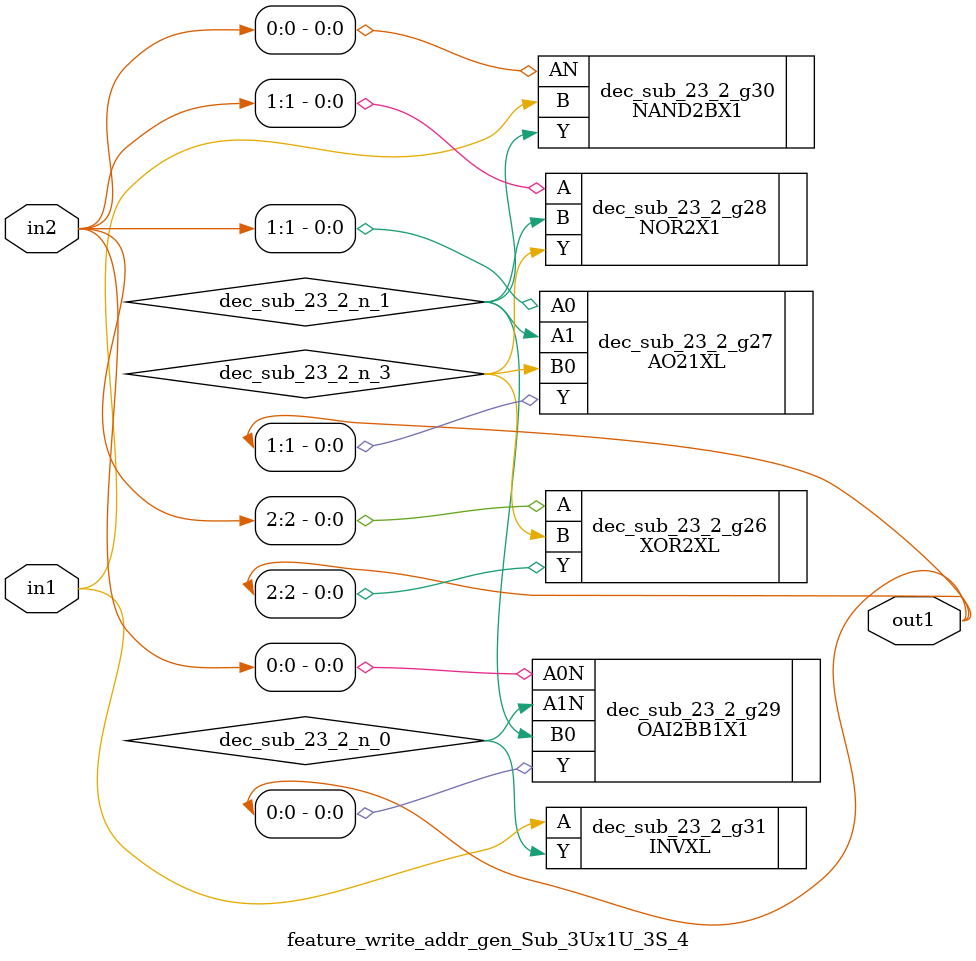
<source format=v>
`timescale 1ps / 1ps


module feature_write_addr_gen_Sub_3Ux1U_3S_4(in2, in1, out1);
  input [2:0] in2;
  input in1;
  output [2:0] out1;
  wire [2:0] in2;
  wire in1;
  wire [2:0] out1;
  wire dec_sub_23_2_n_0, dec_sub_23_2_n_1, dec_sub_23_2_n_3;
  XOR2XL dec_sub_23_2_g26(.A (in2[2]), .B (dec_sub_23_2_n_3), .Y
       (out1[2]));
  AO21XL dec_sub_23_2_g27(.A0 (in2[1]), .A1 (dec_sub_23_2_n_1), .B0
       (dec_sub_23_2_n_3), .Y (out1[1]));
  NOR2X1 dec_sub_23_2_g28(.A (in2[1]), .B (dec_sub_23_2_n_1), .Y
       (dec_sub_23_2_n_3));
  OAI2BB1X1 dec_sub_23_2_g29(.A0N (in2[0]), .A1N (dec_sub_23_2_n_0),
       .B0 (dec_sub_23_2_n_1), .Y (out1[0]));
  NAND2BX1 dec_sub_23_2_g30(.AN (in2[0]), .B (in1), .Y
       (dec_sub_23_2_n_1));
  INVXL dec_sub_23_2_g31(.A (in1), .Y (dec_sub_23_2_n_0));
endmodule



</source>
